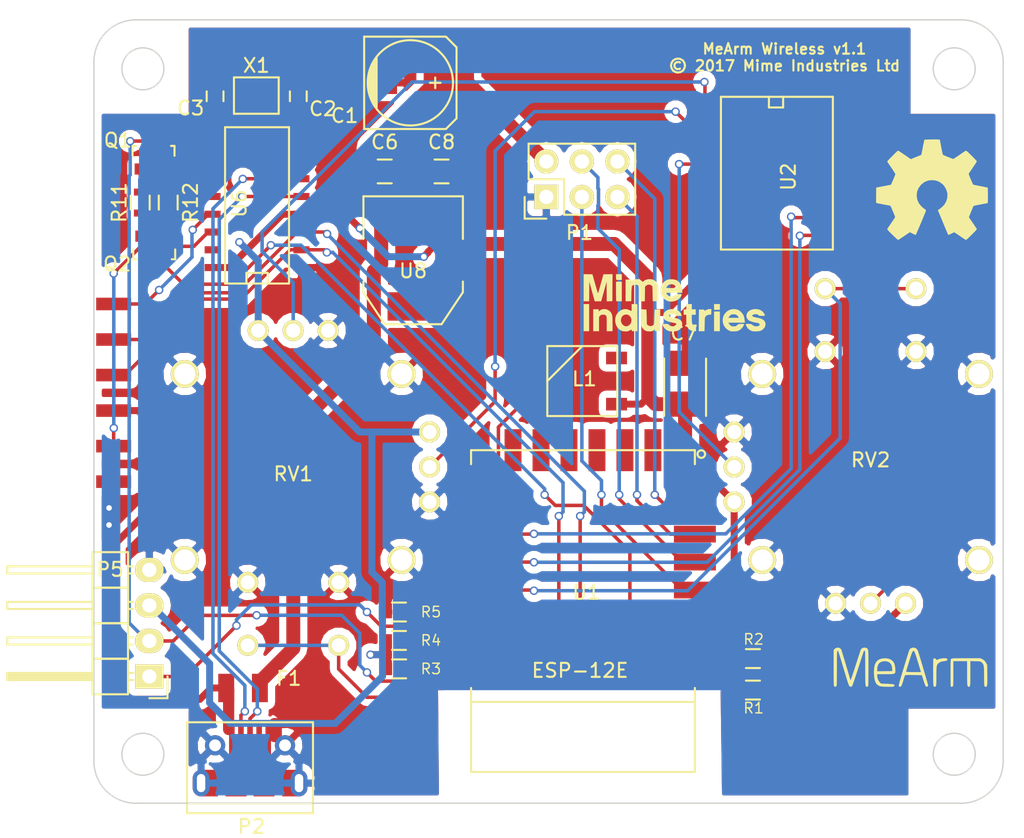
<source format=kicad_pcb>
(kicad_pcb (version 4) (host pcbnew 4.0.4-stable)
  (layers (0 F.Cu signal) (31 B.Cu signal) (34 B.Paste user) (35 F.Paste user) (36 B.SilkS user) (37 F.SilkS user) (38 B.Mask user) (39 F.Mask user) (44 Edge.Cuts user))
  (net 0 "")
  (net 1 GND)
  (net 2 +3V3)
  (net 3 VSS)
  (net 4 BUTTON1)
  (net 5 BUTTON2)
  (net 6 BASE_SERVO)
  (net 7 LEFT_SERVO)
  (net 8 RIGHT_SERVO)
  (net 9 GRIP_SERVO)
  (net 10 +5V)
  (net 11 "Net-(C2-Pad1)")
  (net 12 "Net-(C3-Pad1)")
  (net 13 "Net-(P2-Pad3)")
  (net 14 "Net-(P2-Pad2)")
  (net 15 "Net-(P4-Pad6)")
  (net 16 "Net-(P4-Pad2)")
  (net 17 "Net-(Q1-Pad2)")
  (net 18 "Net-(Q2-Pad2)")
  (net 19 TX)
  (net 20 RX)
  (net 21 LED)
  (net 22 SCL)
  (net 23 SDA)
  (net 24 RESET)
  (net 25 "Net-(R2-Pad2)")
  (net 26 "Net-(RV1-Pad2)")
  (net 27 "Net-(RV1-Pad5)")
  (net 28 "Net-(RV2-Pad2)")
  (net 29 "Net-(RV2-Pad5)")
  (module Custom:MIME_LOGO (layer F.Cu) (at 153.29 93.48)
    (fp_text reference ART3 hide)
    (fp_text value LOGO hide)
  )
  (module Pin_Headers:Pin_Header_Straight_2x03 (layer F.Cu) (at 146.682 85.9 90)
    (fp_text reference P1 (at -2.55 2.368 180) (layer F.SilkS))
    (fp_text value CONN_02X03)
    (pad 1 thru_hole rect (at 0 0 90) (size 1.7272 1.7272) (drill 1.016) (layers *.Cu *.Mask F.SilkS) (net 1 GND))
    (pad 2 thru_hole oval (at 2.54 0 90) (size 1.7272 1.7272) (drill 1.016) (layers *.Cu *.Mask F.SilkS) (net 3 VSS))
    (pad 3 thru_hole oval (at 0 2.54 90) (size 1.7272 1.7272) (drill 1.016) (layers *.Cu *.Mask F.SilkS) (net 6 BASE_SERVO))
    (pad 4 thru_hole oval (at 2.54 2.54 90) (size 1.7272 1.7272) (drill 1.016) (layers *.Cu *.Mask F.SilkS) (net 7 LEFT_SERVO))
    (pad 5 thru_hole oval (at 0 5.08 90) (size 1.7272 1.7272) (drill 1.016) (layers *.Cu *.Mask F.SilkS) (net 8 RIGHT_SERVO))
    (pad 6 thru_hole oval (at 2.54 5.08 90) (size 1.7272 1.7272) (drill 1.016) (layers *.Cu *.Mask F.SilkS) (net 9 GRIP_SERVO))
  )
  (module Custom:JOYSTICK (layer F.Cu) (at 128.5845 105.202)
    (fp_text reference RV1 (at 0 0.5) (layer F.SilkS))
    (fp_text value DUAL_POT_JOYSTICK)
    (pad 9 thru_hole circle (at 7.75 -6.65) (size 2 2) (drill 1.5) (layers *.Cu *.Mask F.SilkS) (net 1 GND))
    (pad 9 thru_hole circle (at -7.75 -6.65) (size 2 2) (drill 1.5) (layers *.Cu *.Mask F.SilkS) (net 1 GND))
    (pad 9 thru_hole circle (at -7.75 6.65) (size 2 2) (drill 1.5) (layers *.Cu *.Mask F.SilkS) (net 1 GND))
    (pad 9 thru_hole circle (at 7.75 6.65) (size 2 2) (drill 1.5) (layers *.Cu *.Mask F.SilkS) (net 1 GND))
    (pad 1 thru_hole circle (at -2.5 -9.75) (size 1.5 1.5) (drill 1) (layers *.Cu *.Mask F.SilkS) (net 2 +3V3))
    (pad 2 thru_hole circle (at 0 -9.75) (size 1.5 1.5) (drill 1) (layers *.Cu *.Mask F.SilkS) (net 26 "Net-(RV1-Pad2)"))
    (pad 3 thru_hole circle (at 2.5 -9.75) (size 1.5 1.5) (drill 1) (layers *.Cu *.Mask F.SilkS) (net 1 GND))
    (pad 4 thru_hole circle (at 9.75 -2.5) (size 1.5 1.5) (drill 1) (layers *.Cu *.Mask F.SilkS) (net 2 +3V3))
    (pad 5 thru_hole circle (at 9.75 0) (size 1.5 1.5) (drill 1) (layers *.Cu *.Mask F.SilkS) (net 27 "Net-(RV1-Pad5)"))
    (pad 6 thru_hole circle (at 9.75 2.5) (size 1.5 1.5) (drill 1) (layers *.Cu *.Mask F.SilkS) (net 1 GND))
    (pad 7 thru_hole circle (at -3.25 8.25) (size 1.5 1.5) (drill 1) (layers *.Cu *.Mask F.SilkS) (net 1 GND))
    (pad 7 thru_hole circle (at 3.25 8.25) (size 1.5 1.5) (drill 1) (layers *.Cu *.Mask F.SilkS) (net 1 GND))
    (pad 8 thru_hole circle (at -3.25 12.75) (size 1.5 1.5) (drill 1) (layers *.Cu *.Mask F.SilkS) (net 4 BUTTON1))
    (pad 8 thru_hole circle (at 3.25 12.75) (size 1.5 1.5) (drill 1) (layers *.Cu *.Mask F.SilkS) (net 4 BUTTON1))
  )
  (module Custom:JOYSTICK (layer F.Cu) (at 169.8595 105.202 180)
    (fp_text reference RV2 (at 0 0.5 180) (layer F.SilkS))
    (fp_text value DUAL_POT_JOYSTICK)
    (pad 9 thru_hole circle (at 7.75 -6.65 180) (size 2 2) (drill 1.5) (layers *.Cu *.Mask F.SilkS) (net 1 GND))
    (pad 9 thru_hole circle (at -7.75 -6.65 180) (size 2 2) (drill 1.5) (layers *.Cu *.Mask F.SilkS) (net 1 GND))
    (pad 9 thru_hole circle (at -7.75 6.65 180) (size 2 2) (drill 1.5) (layers *.Cu *.Mask F.SilkS) (net 1 GND))
    (pad 9 thru_hole circle (at 7.75 6.65 180) (size 2 2) (drill 1.5) (layers *.Cu *.Mask F.SilkS) (net 1 GND))
    (pad 1 thru_hole circle (at -2.5 -9.75 180) (size 1.5 1.5) (drill 1) (layers *.Cu *.Mask F.SilkS) (net 2 +3V3))
    (pad 2 thru_hole circle (at 0 -9.75 180) (size 1.5 1.5) (drill 1) (layers *.Cu *.Mask F.SilkS) (net 28 "Net-(RV2-Pad2)"))
    (pad 3 thru_hole circle (at 2.5 -9.75 180) (size 1.5 1.5) (drill 1) (layers *.Cu *.Mask F.SilkS) (net 1 GND))
    (pad 4 thru_hole circle (at 9.75 -2.5 180) (size 1.5 1.5) (drill 1) (layers *.Cu *.Mask F.SilkS) (net 2 +3V3))
    (pad 5 thru_hole circle (at 9.75 0 180) (size 1.5 1.5) (drill 1) (layers *.Cu *.Mask F.SilkS) (net 29 "Net-(RV2-Pad5)"))
    (pad 6 thru_hole circle (at 9.75 2.5 180) (size 1.5 1.5) (drill 1) (layers *.Cu *.Mask F.SilkS) (net 1 GND))
    (pad 7 thru_hole circle (at -3.25 8.25 180) (size 1.5 1.5) (drill 1) (layers *.Cu *.Mask F.SilkS) (net 1 GND))
    (pad 7 thru_hole circle (at 3.25 8.25 180) (size 1.5 1.5) (drill 1) (layers *.Cu *.Mask F.SilkS) (net 1 GND))
    (pad 8 thru_hole circle (at -3.25 12.75 180) (size 1.5 1.5) (drill 1) (layers *.Cu *.Mask F.SilkS) (net 5 BUTTON2))
    (pad 8 thru_hole circle (at 3.25 12.75 180) (size 1.5 1.5) (drill 1) (layers *.Cu *.Mask F.SilkS) (net 5 BUTTON2))
  )
  (module Pin_Headers:Pin_Header_Angled_1x04 (layer F.Cu) (at 118.3 120.18 180)
    (fp_text reference P5 (at 2.81 7.65 180) (layer F.SilkS))
    (fp_text value CONN_01X04)
    (pad 1 thru_hole rect (at 0 0 180) (size 2.032 1.7272) (drill 1.016) (layers *.Cu *.Mask F.SilkS) (net 22 SCL))
    (pad 2 thru_hole oval (at 0 2.54 180) (size 2.032 1.7272) (drill 1.016) (layers *.Cu *.Mask F.SilkS) (net 23 SDA))
    (pad 3 thru_hole oval (at 0 5.08 180) (size 2.032 1.7272) (drill 1.016) (layers *.Cu *.Mask F.SilkS) (net 2 +3V3))
    (pad 4 thru_hole oval (at 0 7.62 180) (size 2.032 1.7272) (drill 1.016) (layers *.Cu *.Mask F.SilkS) (net 1 GND))
  )
  (module Capacitors_SMD:c_elec_6.3x7.7 (layer F.Cu) (at 136.96 77.74)
    (fp_text reference C1 (at -4.7 2.35) (layer F.SilkS))
    (fp_text value 470uF)
    (pad 1 smd rect (at 2.75082 0) (size 3.59918 1.6002) (layers F.Cu F.Paste F.Mask) (net 3 VSS))
    (pad 2 smd rect (at -2.75082 0) (size 3.59918 1.6002) (layers F.Cu F.Paste F.Mask) (net 1 GND))
  )
  (module Capacitors_SMD:C_0805 (layer F.Cu) (at 135.128 84.074)
    (fp_text reference C6 (at 0 -2.1) (layer F.SilkS))
    (fp_text value 10uF)
    (pad 1 smd rect (at -1 0) (size 1 1.25) (layers F.Cu F.Paste F.Mask) (net 3 VSS))
    (pad 2 smd rect (at 1 0) (size 1 1.25) (layers F.Cu F.Paste F.Mask) (net 1 GND))
  )
  (module Capacitors_Tantalum_SMD:TantalC_SizeB_EIA-3528_Reflow (layer F.Cu) (at 156.6 99.25 90)
    (fp_text reference C7 (at 3.61 -0.08 180) (layer F.SilkS))
    (fp_text value 100uF)
    (pad 2 smd rect (at 1.46 0 90) (size 1.8 2.23) (layers F.Cu F.Paste F.Mask) (net 1 GND))
    (pad 1 smd rect (at -1.46 0 90) (size 1.8 2.23) (layers F.Cu F.Paste F.Mask) (net 2 +3V3))
  )
  (module Capacitors_SMD:C_0805 (layer F.Cu) (at 139.192 84.074)
    (fp_text reference C8 (at 0 -2.1) (layer F.SilkS))
    (fp_text value 10uF)
    (pad 1 smd rect (at -1 0) (size 1 1.25) (layers F.Cu F.Paste F.Mask) (net 2 +3V3))
    (pad 2 smd rect (at 1 0) (size 1 1.25) (layers F.Cu F.Paste F.Mask) (net 1 GND))
  )
  (module Fuse_Holders_and_Fuses:Fuse_SMD1206_Reflow (layer F.Cu) (at 125 121)
    (fp_text reference F1 (at 3.27 -0.68) (layer F.SilkS))
    (fp_text value 1A)
    (pad 1 smd rect (at -1.20396 0 90) (size 2.02946 1.14046) (layers F.Cu F.Paste F.Mask) (net 10 +5V))
    (pad 2 smd rect (at 1.20396 0 90) (size 2.02946 1.14046) (layers F.Cu F.Paste F.Mask) (net 3 VSS))
  )
  (module TO_SOT_Packages_SMD:SOT-223 (layer F.Cu) (at 137.16 90.424 180)
    (fp_text reference U8 (at 0 -0.762 180) (layer F.SilkS))
    (fp_text value LD1117S33CTR)
    (pad 4 smd rect (at 0 -3.302 180) (size 3.6576 2.032) (layers F.Cu F.Paste F.Mask))
    (pad 2 smd rect (at 0 3.302 180) (size 1.016 2.032) (layers F.Cu F.Paste F.Mask) (net 2 +3V3))
    (pad 3 smd rect (at 2.286 3.302 180) (size 1.016 2.032) (layers F.Cu F.Paste F.Mask) (net 3 VSS))
    (pad 1 smd rect (at -2.286 3.302 180) (size 1.016 2.032) (layers F.Cu F.Paste F.Mask) (net 1 GND))
  )
  (module Capacitors_SMD:C_0603 (layer F.Cu) (at 128.95 78.7 270)
    (fp_text reference C2 (at 0.9 -1.75 360) (layer F.SilkS))
    (fp_text value 22pF)
    (pad 1 smd rect (at -0.75 0 270) (size 0.8 0.75) (layers F.Cu F.Paste F.Mask) (net 11 "Net-(C2-Pad1)"))
    (pad 2 smd rect (at 0.75 0 270) (size 0.8 0.75) (layers F.Cu F.Paste F.Mask) (net 1 GND))
  )
  (module Capacitors_SMD:C_0603 (layer F.Cu) (at 123 78.7 90)
    (fp_text reference C3 (at -0.85 -1.75 180) (layer F.SilkS))
    (fp_text value 22pF)
    (pad 1 smd rect (at -0.75 0 90) (size 0.8 0.75) (layers F.Cu F.Paste F.Mask) (net 12 "Net-(C3-Pad1)"))
    (pad 2 smd rect (at 0.75 0 90) (size 0.8 0.75) (layers F.Cu F.Paste F.Mask) (net 1 GND))
  )
  (module Custom:6-PIN-EDGE-CONN (layer F.Cu) (at 115.75 99.9 90)
    (fp_text reference P4 hide)
    (fp_text value CONN_01X06 hide)
    (pad 6 smd rect (at 6.35 0 90) (size 0.9 2.5) (layers F.Cu F.Paste F.Mask) (net 15 "Net-(P4-Pad6)"))
    (pad 5 smd rect (at 3.81 0 90) (size 0.9 2.5) (layers F.Cu F.Paste F.Mask) (net 19 TX))
    (pad 4 smd rect (at 1.27 0 90) (size 0.9 2.5) (layers F.Cu F.Paste F.Mask) (net 20 RX))
    (pad 3 smd rect (at -1.27 0 90) (size 0.9 2.5) (layers F.Cu F.Paste F.Mask) (net 10 +5V))
    (pad 2 smd rect (at -3.81 0 90) (size 0.9 2.5) (layers F.Cu F.Paste F.Mask) (net 16 "Net-(P4-Pad2)"))
    (pad 1 smd rect (at -6.35 0 90) (size 0.9 2.5) (layers F.Cu F.Paste F.Mask) (net 1 GND))
  )
  (module Custom:SOT-23 (layer F.Cu) (at 118.6 82.9)
    (fp_text reference Q1 (at -2.55 -1.05) (layer F.SilkS))
    (fp_text value S8050)
    (pad 2 smd rect (at -0.95 1.00076) (size 0.8001 0.8001) (layers F.Cu F.Paste F.Mask) (net 17 "Net-(Q1-Pad2)"))
    (pad 1 smd rect (at 0.95 1.00076) (size 0.8001 0.8001) (layers F.Cu F.Paste F.Mask) (net 15 "Net-(P4-Pad6)"))
    (pad 3 smd rect (at 0 -0.99822) (size 0.8001 0.8001) (layers F.Cu F.Paste F.Mask) (net 23 SDA))
  )
  (module Custom:SOT-23 (layer F.Cu) (at 118.65 89.70178 180)
    (fp_text reference Q2 (at 2.65 -0.99822 180) (layer F.SilkS))
    (fp_text value S8050)
    (pad 2 smd rect (at -0.95 1.00076 180) (size 0.8001 0.8001) (layers F.Cu F.Paste F.Mask) (net 18 "Net-(Q2-Pad2)"))
    (pad 1 smd rect (at 0.95 1.00076 180) (size 0.8001 0.8001) (layers F.Cu F.Paste F.Mask) (net 16 "Net-(P4-Pad2)"))
    (pad 3 smd rect (at 0 -0.99822 180) (size 0.8001 0.8001) (layers F.Cu F.Paste F.Mask) (net 24 RESET))
  )
  (module Resistors_SMD:R_0603 (layer F.Cu) (at 117.65 86.3 90)
    (fp_text reference R11 (at 0 -1.5 90) (layer F.SilkS))
    (fp_text value 10k)
    (pad 1 smd rect (at -0.75 0 90) (size 0.5 0.9) (layers F.Cu F.Paste F.Mask) (net 16 "Net-(P4-Pad2)"))
    (pad 2 smd rect (at 0.75 0 90) (size 0.5 0.9) (layers F.Cu F.Paste F.Mask) (net 17 "Net-(Q1-Pad2)"))
  )
  (module Resistors_SMD:R_0603 (layer F.Cu) (at 119.65 86.3 270)
    (fp_text reference R12 (at 0 -1.6 270) (layer F.SilkS))
    (fp_text value 10k)
    (pad 1 smd rect (at -0.75 0 270) (size 0.5 0.9) (layers F.Cu F.Paste F.Mask) (net 15 "Net-(P4-Pad6)"))
    (pad 2 smd rect (at 0.75 0 270) (size 0.5 0.9) (layers F.Cu F.Paste F.Mask) (net 18 "Net-(Q2-Pad2)"))
  )
  (module SMD_Packages:SO-16-N (layer F.Cu) (at 126 86.5 90)
    (fp_text reference U6 (at 0.127 -1.27 90) (layer F.SilkS))
    (fp_text value CH340G)
    (pad 16 smd rect (at -4.445 -3.175 90) (size 0.508 1.143) (layers F.Cu F.Paste F.Mask) (net 2 +3V3))
    (pad 14 smd rect (at -1.905 -3.175 90) (size 0.508 1.143) (layers F.Cu F.Paste F.Mask) (net 16 "Net-(P4-Pad2)"))
    (pad 13 smd rect (at -0.635 -3.175 90) (size 0.508 1.143) (layers F.Cu F.Paste F.Mask) (net 15 "Net-(P4-Pad6)"))
    (pad 12 smd rect (at 0.635 -3.175 90) (size 0.508 1.143) (layers F.Cu F.Paste F.Mask))
    (pad 11 smd rect (at 1.905 -3.175 90) (size 0.508 1.143) (layers F.Cu F.Paste F.Mask))
    (pad 10 smd rect (at 3.175 -3.175 90) (size 0.508 1.143) (layers F.Cu F.Paste F.Mask))
    (pad 9 smd rect (at 4.445 -3.175 90) (size 0.508 1.143) (layers F.Cu F.Paste F.Mask))
    (pad 8 smd rect (at 4.445 3.175 90) (size 0.508 1.143) (layers F.Cu F.Paste F.Mask) (net 12 "Net-(C3-Pad1)"))
    (pad 7 smd rect (at 3.175 3.175 90) (size 0.508 1.143) (layers F.Cu F.Paste F.Mask) (net 11 "Net-(C2-Pad1)"))
    (pad 6 smd rect (at 1.905 3.175 90) (size 0.508 1.143) (layers F.Cu F.Paste F.Mask) (net 14 "Net-(P2-Pad2)"))
    (pad 5 smd rect (at 0.635 3.175 90) (size 0.508 1.143) (layers F.Cu F.Paste F.Mask) (net 13 "Net-(P2-Pad3)"))
    (pad 4 smd rect (at -0.635 3.175 90) (size 0.508 1.143) (layers F.Cu F.Paste F.Mask) (net 2 +3V3))
    (pad 3 smd rect (at -1.905 3.175 90) (size 0.508 1.143) (layers F.Cu F.Paste F.Mask) (net 19 TX))
    (pad 2 smd rect (at -3.175 3.175 90) (size 0.508 1.143) (layers F.Cu F.Paste F.Mask) (net 20 RX))
    (pad 1 smd rect (at -4.445 3.175 90) (size 0.508 1.143) (layers F.Cu F.Paste F.Mask) (net 1 GND))
    (pad 15 smd rect (at -3.175 -3.175 90) (size 0.508 1.143) (layers F.Cu F.Paste F.Mask))
  )
  (module Crystals:crystal_FA238-TSX3225 (layer F.Cu) (at 125.95 78.65 180)
    (fp_text reference X1 (at 0 2.15 180) (layer F.SilkS))
    (fp_text value 12MHz)
    (pad 1 smd rect (at -1.1 0.8 180) (size 1.4 1.2) (layers F.Cu F.Paste F.Mask) (net 11 "Net-(C2-Pad1)"))
    (pad 3 smd rect (at 1.1 0.8 180) (size 1.4 1.2) (layers F.Cu F.Paste F.Mask) (net 1 GND))
    (pad 3 smd rect (at -1.1 -0.8 180) (size 1.4 1.2) (layers F.Cu F.Paste F.Mask) (net 1 GND))
    (pad 2 smd rect (at 1.1 -0.8 180) (size 1.4 1.2) (layers F.Cu F.Paste F.Mask) (net 12 "Net-(C3-Pad1)"))
  )
  (module Custom:WS2812B (layer F.Cu) (at 149.25 99.06 180)
    (fp_text reference L1 (at -0.15 0.15 180) (layer F.SilkS))
    (fp_text value WS2812B)
    (pad 1 smd rect (at -2.45 -1.65 180) (size 1.5 0.9) (layers F.Cu F.Paste F.Mask) (net 2 +3V3))
    (pad 2 smd rect (at -2.45 1.65 180) (size 1.5 0.9) (layers F.Cu F.Paste F.Mask))
    (pad 3 smd rect (at 2.45 1.65 180) (size 1.5 0.9) (layers F.Cu F.Paste F.Mask) (net 1 GND))
    (pad 4 smd rect (at 2.45 -1.65 180) (size 1.5 0.9) (layers F.Cu F.Paste F.Mask) (net 21 LED))
  )
  (module Resistors_SMD:R_0603 (layer F.Cu) (at 161.45 121.15 180)
    (fp_text reference R1 (at -0.05 -1.29 180) (layer F.SilkS) (effects (font (size 0.75 0.75) (thickness 0.1))))
    (fp_text value 10k)
    (pad 1 smd rect (at -0.75 0 180) (size 0.5 0.9) (layers F.Cu F.Paste F.Mask) (net 2 +3V3))
    (pad 2 smd rect (at 0.75 0 180) (size 0.5 0.9) (layers F.Cu F.Paste F.Mask) (net 24 RESET))
  )
  (module Resistors_SMD:R_0603 (layer F.Cu) (at 161.45 118.9 180)
    (fp_text reference R2 (at -0.05 1.38 180) (layer F.SilkS) (effects (font (size 0.75 0.75) (thickness 0.1))))
    (fp_text value 10k)
    (pad 1 smd rect (at -0.75 0 180) (size 0.5 0.9) (layers F.Cu F.Paste F.Mask) (net 2 +3V3))
    (pad 2 smd rect (at 0.75 0 180) (size 0.5 0.9) (layers F.Cu F.Paste F.Mask) (net 25 "Net-(R2-Pad2)"))
  )
  (module Resistors_SMD:R_0603 (layer F.Cu) (at 136.156 119.634)
    (fp_text reference R3 (at 2.274 0) (layer F.SilkS) (effects (font (size 0.75 0.75) (thickness 0.1))))
    (fp_text value 10k)
    (pad 1 smd rect (at -0.75 0) (size 0.5 0.9) (layers F.Cu F.Paste F.Mask) (net 2 +3V3))
    (pad 2 smd rect (at 0.75 0) (size 0.5 0.9) (layers F.Cu F.Paste F.Mask) (net 23 SDA))
  )
  (module Resistors_SMD:R_0603 (layer F.Cu) (at 136.144 117.602)
    (fp_text reference R4 (at 2.286 0) (layer F.SilkS) (effects (font (size 0.75 0.75) (thickness 0.1))))
    (fp_text value 10k)
    (pad 1 smd rect (at -0.75 0) (size 0.5 0.9) (layers F.Cu F.Paste F.Mask) (net 2 +3V3))
    (pad 2 smd rect (at 0.75 0) (size 0.5 0.9) (layers F.Cu F.Paste F.Mask) (net 22 SCL))
  )
  (module Custom:ESP-12E (layer F.Cu) (at 149.3 114 90)
    (fp_text reference U1 (at -0.17 0.24 180) (layer F.SilkS))
    (fp_text value ESP-12E (at -5.75 -0.21 180) (layer F.SilkS))
    (pad 1 smd rect (at -6 8 90) (size 1.2 3) (layers F.Cu F.Paste F.Mask) (net 24 RESET))
    (pad 2 smd rect (at -4 8 90) (size 1.2 3) (layers F.Cu F.Paste F.Mask))
    (pad 3 smd rect (at -2 8 90) (size 1.2 3) (layers F.Cu F.Paste F.Mask) (net 25 "Net-(R2-Pad2)"))
    (pad 4 smd rect (at 0 8 90) (size 1.2 3) (layers F.Cu F.Paste F.Mask) (net 6 BASE_SERVO))
    (pad 5 smd rect (at 2 8 90) (size 1.2 3) (layers F.Cu F.Paste F.Mask) (net 7 LEFT_SERVO))
    (pad 6 smd rect (at 4 8 90) (size 1.2 3) (layers F.Cu F.Paste F.Mask) (net 8 RIGHT_SERVO))
    (pad 7 smd rect (at 6 8 90) (size 1.2 3) (layers F.Cu F.Paste F.Mask) (net 9 GRIP_SERVO))
    (pad 8 smd rect (at 8 8 90) (size 1.2 3) (layers F.Cu F.Paste F.Mask) (net 2 +3V3))
    (pad 15 smd rect (at 8 -8 90) (size 1.2 3) (layers F.Cu F.Paste F.Mask) (net 1 GND))
    (pad 16 smd rect (at 6 -8 90) (size 1.2 3) (layers F.Cu F.Paste F.Mask) (net 21 LED))
    (pad 18 smd rect (at 2 -8 90) (size 1.2 3) (layers F.Cu F.Paste F.Mask) (net 23 SDA))
    (pad 19 smd rect (at 0 -8 90) (size 1.2 3) (layers F.Cu F.Paste F.Mask) (net 5 BUTTON2))
    (pad 20 smd rect (at -2 -8 90) (size 1.2 3) (layers F.Cu F.Paste F.Mask) (net 4 BUTTON1))
    (pad 21 smd rect (at -4 -8 90) (size 1.2 3) (layers F.Cu F.Paste F.Mask) (net 20 RX))
    (pad 22 smd rect (at -6 -8 90) (size 1.2 3) (layers F.Cu F.Paste F.Mask) (net 19 TX))
    (pad 17 smd rect (at 4 -8 90) (size 1.2 3) (layers F.Cu F.Paste F.Mask) (net 22 SCL))
    (pad 11 smd rect (at 10 1 90) (size 3 1.21) (layers F.Cu F.Paste F.Mask))
    (pad 10 smd rect (at 10 3 90) (size 3 1.21) (layers F.Cu F.Paste F.Mask))
    (pad 9 smd rect (at 10 5 90) (size 3 1.21) (layers F.Cu F.Paste F.Mask))
    (pad 12 smd rect (at 10 -1 90) (size 3 1.21) (layers F.Cu F.Paste F.Mask))
    (pad 13 smd rect (at 10 -3 90) (size 3 1.21) (layers F.Cu F.Paste F.Mask))
    (pad 14 smd rect (at 10 -5 90) (size 3 1.21) (layers F.Cu F.Paste F.Mask))
  )
  (module SMD_Packages:SO-16-W (layer F.Cu) (at 163.1 84.2 270)
    (fp_text reference U2 (at 0.254 -0.889 270) (layer F.SilkS))
    (fp_text value PCF8591)
    (pad 1 smd rect (at -4.445 5.08 270) (size 0.508 1.143) (layers F.Cu F.Paste F.Mask) (net 26 "Net-(RV1-Pad2)"))
    (pad 2 smd rect (at -3.175 5.08 270) (size 0.508 1.143) (layers F.Cu F.Paste F.Mask) (net 27 "Net-(RV1-Pad5)"))
    (pad 3 smd rect (at -1.905 5.08 270) (size 0.508 1.143) (layers F.Cu F.Paste F.Mask) (net 28 "Net-(RV2-Pad2)"))
    (pad 4 smd rect (at -0.635 5.08 270) (size 0.508 1.143) (layers F.Cu F.Paste F.Mask) (net 29 "Net-(RV2-Pad5)"))
    (pad 5 smd rect (at 0.635 5.08 270) (size 0.508 1.143) (layers F.Cu F.Paste F.Mask) (net 1 GND))
    (pad 6 smd rect (at 1.905 5.08 270) (size 0.508 1.143) (layers F.Cu F.Paste F.Mask) (net 1 GND))
    (pad 7 smd rect (at 3.175 5.08 270) (size 0.508 1.143) (layers F.Cu F.Paste F.Mask) (net 1 GND))
    (pad 8 smd rect (at 4.445 5.08 270) (size 0.508 1.143) (layers F.Cu F.Paste F.Mask) (net 1 GND))
    (pad 9 smd rect (at 4.445 -5.08 270) (size 0.508 1.143) (layers F.Cu F.Paste F.Mask) (net 23 SDA))
    (pad 10 smd rect (at 3.175 -5.08 270) (size 0.508 1.143) (layers F.Cu F.Paste F.Mask) (net 22 SCL))
    (pad 11 smd rect (at 1.905 -5.08 270) (size 0.508 1.143) (layers F.Cu F.Paste F.Mask))
    (pad 12 smd rect (at 0.635 -5.08 270) (size 0.508 1.143) (layers F.Cu F.Paste F.Mask) (net 1 GND))
    (pad 13 smd rect (at -0.635 -5.08 270) (size 0.508 1.143) (layers F.Cu F.Paste F.Mask) (net 1 GND))
    (pad 14 smd rect (at -1.905 -5.08 270) (size 0.508 1.143) (layers F.Cu F.Paste F.Mask) (net 2 +3V3))
    (pad 15 smd rect (at -3.175 -5.08 270) (size 0.508 1.143) (layers F.Cu F.Paste F.Mask))
    (pad 16 smd rect (at -4.445 -5.08 270) (size 0.508 1.143) (layers F.Cu F.Paste F.Mask) (net 2 +3V3))
  )
  (module Custom:MEARM_LOGO_NEW (layer F.Cu) (at 170.78 119.5)
    (fp_text reference ART2 hide)
    (fp_text value LOGO hide)
  )
  (module Custom:OSHW_LOGO (layer F.Cu) (at 174.25 85.38)
    (fp_text reference ART1 hide)
    (fp_text value OSHW-LOGO hide)
  )
  (module Custom:MOLEX_MICRO_USB (layer F.Cu) (at 125.5 125.1)
    (fp_text reference P2 (at 0.1 5.8) (layer F.SilkS))
    (fp_text value USB_OTG)
    (pad 3 smd rect (at 0 -0.5) (size 0.4 2.35) (layers F.Cu F.Paste F.Mask) (net 13 "Net-(P2-Pad3)") (clearance 0.1125))
    (pad 4 smd rect (at 0.65 -0.5) (size 0.4 2.35) (layers F.Cu F.Paste F.Mask) (clearance 0.1125))
    (pad 5 smd rect (at 1.3 -0.5) (size 0.4 2.35) (layers F.Cu F.Paste F.Mask) (net 1 GND) (clearance 0.1125))
    (pad 2 smd rect (at -0.65 -0.5) (size 0.4 2.35) (layers F.Cu F.Paste F.Mask) (net 14 "Net-(P2-Pad2)") (clearance 0.1125))
    (pad 1 smd rect (at -1.3 -0.5) (size 0.4 2.35) (layers F.Cu F.Paste F.Mask) (net 10 +5V) (clearance 0.1125))
    (pad 6 thru_hole circle (at 2.5 0) (size 1.45 1.45) (drill 0.85) (layers *.Cu *.Mask F.Paste) (net 1 GND))
    (pad 6 thru_hole circle (at -2.5 0) (size 1.45 1.45) (drill 0.85) (layers *.Cu *.Mask F.Paste) (net 1 GND))
    (pad 6 thru_hole oval (at 3.5 2.7) (size 1.2 1.9) (drill oval 0.6 1.3) (layers *.Cu *.Mask F.Paste) (net 1 GND))
    (pad 6 thru_hole oval (at -3.5 2.7) (size 1.2 1.9) (drill oval 0.6 1.3) (layers *.Cu *.Mask F.Paste) (net 1 GND))
    (pad 6 smd rect (at 1 2.7) (size 1.5 1.9) (layers F.Cu F.Paste F.Mask) (net 1 GND))
    (pad 6 smd rect (at -1 2.7) (size 1.5 1.9) (layers F.Cu F.Paste F.Mask) (net 1 GND))
    (pad 6 smd rect (at 2.9 2.7) (size 1.2 1.9) (layers F.Cu F.Paste F.Mask) (net 1 GND))
    (pad 6 smd rect (at -2.9 2.7) (size 1.2 1.9) (layers F.Cu F.Paste F.Mask) (net 1 GND))
  )
  (module Resistors_SMD:R_0603 (layer F.Cu) (at 136.144 115.57 180)
    (fp_text reference R5 (at -2.286 0 180) (layer F.SilkS) (effects (font (size 0.75 0.75) (thickness 0.1))))
    (fp_text value 10k)
    (pad 1 smd rect (at -0.75 0 180) (size 0.5 0.9) (layers F.Cu F.Paste F.Mask) (net 21 LED))
    (pad 2 smd rect (at 0.75 0 180) (size 0.5 0.9) (layers F.Cu F.Paste F.Mask) (net 1 GND))
  )
  (gr_circle (center 157.76 104.28) (end 158.03 104.28) (layer F.SilkS) (width 0.15))
  (gr_text "MeArm Wireless v1.1\n© 2017 Mime Industries Ltd" (at 163.7 75.92) (layer F.SilkS) (effects (font (size 0.75 0.75))))
  (gr_line (start 176.3395 129.238) (end 117.3395 129.238) (layer Edge.Cuts) (width 0.1))
  (gr_line (start 117.3395 73.238) (end 176.3395 73.238) (layer Edge.Cuts) (width 0.1))
  (gr_line (start 114.3395 126.238) (end 114.3395 76.238) (layer Edge.Cuts) (width 0.1))
  (gr_circle (center 117.8395 125.738) (end 119.3395 125.738) (layer Edge.Cuts) (width 0.1))
  (gr_arc (start 117.3395 126.238) (end 114.3395 126.238) (angle -90) (layer Edge.Cuts) (width 0.1))
  (gr_line (start 179.3395 76.238) (end 179.3395 126.238) (layer Edge.Cuts) (width 0.1))
  (gr_arc (start 117.3395 76.238) (end 117.3395 73.238) (angle -90) (layer Edge.Cuts) (width 0.1))
  (gr_arc (start 176.3395 76.238) (end 179.3395 76.238) (angle -90) (layer Edge.Cuts) (width 0.1))
  (gr_circle (center 175.8395 125.738) (end 177.3395 125.738) (layer Edge.Cuts) (width 0.1))
  (gr_circle (center 117.8395 76.738) (end 119.3395 76.738) (layer Edge.Cuts) (width 0.1))
  (gr_circle (center 175.8395 76.738) (end 177.3395 76.738) (layer Edge.Cuts) (width 0.1))
  (gr_arc (start 176.3395 126.238) (end 176.3395 129.238) (angle -90) (layer Edge.Cuts) (width 0.1))
  (segment (start 138.3345 107.702) (end 140.0365 106) (width 0.5) (layer F.Cu) (net 1))
  (segment (start 140.0365 106) (end 141.3 106) (width 0.5) (layer F.Cu) (net 1))
  (segment (start 126.8 124.6) (end 127.2 124.6) (width 0.2) (layer F.Cu) (net 1))
  (segment (start 127.2 124.6) (end 127.275001 124.524999) (width 0.2) (layer F.Cu) (net 1))
  (segment (start 127.275001 124.524999) (end 127.275001 124.375001) (width 0.2) (layer F.Cu) (net 1))
  (segment (start 128 125.1) (end 127.275001 124.375001) (width 0.2) (layer F.Cu) (net 1))
  (segment (start 127.275001 124.375001) (end 127.275001 123.645001) (width 1) (layer F.Cu) (net 1))
  (segment (start 115.42 108.13) (end 115.42 109.35) (width 0.5) (layer B.Cu) (net 1))
  (via (at 115.42 109.35) (size 0.6) (drill 0.4) (layers F.Cu B.Cu) (net 1))
  (segment (start 115.75 106.25) (end 115.75 107.8) (width 0.5) (layer F.Cu) (net 1))
  (segment (start 115.75 107.8) (end 115.42 108.13) (width 0.5) (layer F.Cu) (net 1))
  (via (at 115.42 108.13) (size 0.6) (drill 0.4) (layers F.Cu B.Cu) (net 1))
  (segment (start 127.05 79.45) (end 126.735002 79.45) (width 0.25) (layer F.Cu) (net 1))
  (segment (start 126.735002 79.45) (end 125.135002 77.85) (width 0.25) (layer F.Cu) (net 1))
  (segment (start 125.135002 77.85) (end 124.85 77.85) (width 0.25) (layer F.Cu) (net 1))
  (segment (start 137.922 90.17) (end 138.221999 89.870001) (width 0.5) (layer F.Cu) (net 2))
  (segment (start 138.221999 89.870001) (end 138.221999 89.828001) (width 0.5) (layer F.Cu) (net 2))
  (segment (start 138.221999 89.828001) (end 138.79 89.26) (width 0.5) (layer F.Cu) (net 2))
  (segment (start 133.35 88.138) (end 135.382 90.17) (width 0.5) (layer B.Cu) (net 2))
  (segment (start 135.382 90.17) (end 137.922 90.17) (width 0.5) (layer B.Cu) (net 2))
  (via (at 137.922 90.17) (size 0.6) (drill 0.4) (layers F.Cu B.Cu) (net 2))
  (segment (start 132.285 87.135) (end 132.347 87.135) (width 0.5) (layer F.Cu) (net 2))
  (segment (start 132.347 87.135) (end 133.35 88.138) (width 0.5) (layer F.Cu) (net 2))
  (via (at 133.35 88.138) (size 0.6) (drill 0.4) (layers F.Cu B.Cu) (net 2))
  (segment (start 138.192 84.074) (end 138.192 85.699) (width 1) (layer F.Cu) (net 2))
  (segment (start 138.192 85.699) (end 137.16 86.731) (width 1) (layer F.Cu) (net 2))
  (segment (start 137.16 86.731) (end 137.16 87.122) (width 1) (layer F.Cu) (net 2))
  (segment (start 153.97 94.16) (end 153.97 91.7) (width 1) (layer F.Cu) (net 2))
  (segment (start 153.97 91.7) (end 151.53 89.26) (width 1) (layer F.Cu) (net 2))
  (segment (start 151.53 89.26) (end 142.182454 89.26) (width 1) (layer F.Cu) (net 2))
  (segment (start 139.885225 89.261227) (end 139.883998 89.26) (width 1) (layer F.Cu) (net 2))
  (segment (start 142.182454 89.26) (end 142.181227 89.261227) (width 1) (layer F.Cu) (net 2))
  (segment (start 142.181227 89.261227) (end 139.885225 89.261227) (width 1) (layer F.Cu) (net 2))
  (segment (start 139.883998 89.26) (end 138.79 89.26) (width 1) (layer F.Cu) (net 2))
  (segment (start 138.79 89.26) (end 137.16 87.63) (width 1) (layer F.Cu) (net 2))
  (segment (start 137.16 87.63) (end 137.16 87.122) (width 1) (layer F.Cu) (net 2))
  (segment (start 157.3 106) (end 158.4075 106) (width 0.5) (layer F.Cu) (net 2))
  (segment (start 158.4075 106) (end 160.1095 107.702) (width 0.5) (layer F.Cu) (net 2))
  (segment (start 162.2 117.95) (end 160.1095 115.8595) (width 0.5) (layer F.Cu) (net 2))
  (segment (start 162.2 118.9) (end 162.2 117.95) (width 0.5) (layer F.Cu) (net 2))
  (segment (start 160.1095 108.76266) (end 160.1095 107.702) (width 0.5) (layer F.Cu) (net 2))
  (segment (start 160.1095 115.8595) (end 160.1095 108.76266) (width 0.5) (layer F.Cu) (net 2))
  (segment (start 151.7 100.71) (end 153.455 100.71) (width 0.5) (layer F.Cu) (net 2))
  (segment (start 153.455 100.71) (end 153.97 100.195) (width 0.5) (layer F.Cu) (net 2))
  (segment (start 156.6 100.71) (end 156.6 105.3) (width 1) (layer F.Cu) (net 2))
  (segment (start 156.6 105.3) (end 157.3 106) (width 1) (layer F.Cu) (net 2))
  (segment (start 153.97 94.16) (end 153.97 100.195) (width 1) (layer F.Cu) (net 2))
  (segment (start 153.97 100.195) (end 154.485 100.71) (width 1) (layer F.Cu) (net 2))
  (segment (start 154.485 100.71) (end 156.6 100.71) (width 1) (layer F.Cu) (net 2))
  (segment (start 134.97 120.16) (end 134.97 118.618) (width 0.5) (layer B.Cu) (net 2))
  (segment (start 134.97 118.618) (end 134.97 116.06) (width 0.5) (layer B.Cu) (net 2))
  (segment (start 134.112 118.618) (end 134.97 118.618) (width 0.5) (layer B.Cu) (net 2))
  (segment (start 135.394 118.618) (end 135.394 119.622) (width 0.5) (layer F.Cu) (net 2))
  (via (at 134.112 118.618) (size 0.6) (drill 0.4) (layers F.Cu B.Cu) (net 2))
  (segment (start 135.394 117.602) (end 135.394 118.618) (width 0.5) (layer F.Cu) (net 2))
  (segment (start 135.394 118.618) (end 134.112 118.618) (width 0.5) (layer F.Cu) (net 2))
  (segment (start 135.394 119.622) (end 135.406 119.634) (width 0.5) (layer F.Cu) (net 2))
  (segment (start 172.3595 114.952) (end 171.609501 115.701999) (width 0.5) (layer F.Cu) (net 2))
  (segment (start 171.609501 115.701999) (end 171.598001 115.701999) (width 0.5) (layer F.Cu) (net 2))
  (segment (start 171.598001 115.701999) (end 170.49 116.81) (width 0.5) (layer F.Cu) (net 2))
  (segment (start 170.49 116.81) (end 164 116.81) (width 0.5) (layer F.Cu) (net 2))
  (segment (start 164 116.81) (end 162.2 118.61) (width 0.5) (layer F.Cu) (net 2))
  (segment (start 162.2 118.61) (end 162.2 118.9) (width 0.5) (layer F.Cu) (net 2))
  (segment (start 167.058499 82.244999) (end 164.326997 82.244999) (width 0.5) (layer F.Cu) (net 2))
  (segment (start 164.326997 82.244999) (end 161.11 85.461996) (width 0.5) (layer F.Cu) (net 2))
  (segment (start 161.11 85.461996) (end 161.11 88.193498) (width 0.5) (layer F.Cu) (net 2))
  (segment (start 155.143498 94.16) (end 153.97 94.16) (width 0.5) (layer F.Cu) (net 2))
  (segment (start 161.11 88.193498) (end 155.143498 94.16) (width 0.5) (layer F.Cu) (net 2))
  (segment (start 134.97 116.06) (end 134.95 116.04) (width 0.5) (layer B.Cu) (net 2))
  (segment (start 134.95 116.04) (end 134.95 113.46) (width 0.5) (layer B.Cu) (net 2))
  (segment (start 134.95 113.46) (end 134.21 112.72) (width 0.5) (layer B.Cu) (net 2))
  (segment (start 134.21 112.72) (end 134.21 102.732) (width 0.5) (layer B.Cu) (net 2))
  (segment (start 134.21 102.732) (end 134.18 102.702) (width 0.5) (layer B.Cu) (net 2))
  (segment (start 131.6 123.53) (end 134.97 120.16) (width 0.5) (layer B.Cu) (net 2))
  (segment (start 124.08 123.53) (end 131.6 123.53) (width 0.5) (layer B.Cu) (net 2))
  (segment (start 122.61 122.06) (end 124.08 123.53) (width 0.5) (layer B.Cu) (net 2))
  (segment (start 122.61 119.2576) (end 122.61 122.06) (width 0.5) (layer B.Cu) (net 2))
  (segment (start 118.3 115.1) (end 118.4524 115.1) (width 0.5) (layer B.Cu) (net 2))
  (segment (start 118.4524 115.1) (end 122.61 119.2576) (width 0.5) (layer B.Cu) (net 2))
  (segment (start 133.3345 102.702) (end 134.18 102.702) (width 0.5) (layer B.Cu) (net 2))
  (segment (start 134.18 102.702) (end 134.82 102.702) (width 0.5) (layer B.Cu) (net 2))
  (segment (start 134.82 102.702) (end 138.3345 102.702) (width 0.5) (layer B.Cu) (net 2))
  (segment (start 131.385 87.135) (end 132.285 87.135) (width 0.5) (layer F.Cu) (net 2))
  (segment (start 127.815 87.135) (end 125.23 89.72) (width 0.5) (layer F.Cu) (net 2))
  (segment (start 125.23 89.72) (end 124.005 90.945) (width 0.5) (layer F.Cu) (net 2))
  (segment (start 125.23 89.62) (end 125.23 89.72) (width 0.5) (layer F.Cu) (net 2))
  (segment (start 124.74 89.13) (end 125.23 89.62) (width 0.5) (layer F.Cu) (net 2))
  (segment (start 126.0845 95.452) (end 126.0845 90.4745) (width 0.5) (layer B.Cu) (net 2))
  (segment (start 126.0845 90.4745) (end 124.74 89.13) (width 0.5) (layer B.Cu) (net 2))
  (via (at 124.74 89.13) (size 0.6) (drill 0.4) (layers F.Cu B.Cu) (net 2))
  (segment (start 126.0845 95.452) (end 133.3345 102.702) (width 0.5) (layer B.Cu) (net 2))
  (segment (start 162.2 121.15) (end 162.2 118.9) (width 0.5) (layer F.Cu) (net 2))
  (segment (start 168.18 79.755) (end 167.1085 79.755) (width 0.5) (layer F.Cu) (net 2))
  (segment (start 167.1085 79.755) (end 167.058499 79.805001) (width 0.5) (layer F.Cu) (net 2))
  (segment (start 167.058499 79.805001) (end 167.058499 82.244999) (width 0.5) (layer F.Cu) (net 2))
  (segment (start 167.058499 82.244999) (end 167.1085 82.295) (width 0.5) (layer F.Cu) (net 2))
  (segment (start 167.1085 82.295) (end 168.18 82.295) (width 0.5) (layer F.Cu) (net 2))
  (segment (start 131.385 87.135) (end 129.175 87.135) (width 0.5) (layer F.Cu) (net 2))
  (segment (start 124.005 90.945) (end 122.825 90.945) (width 0.5) (layer F.Cu) (net 2))
  (segment (start 129.175 87.135) (end 127.815 87.135) (width 0.5) (layer F.Cu) (net 2))
  (segment (start 134.874 87.122) (end 134.874 90.678) (width 1) (layer F.Cu) (net 3))
  (segment (start 126.20396 120.5555) (end 126.20396 121) (width 1) (layer F.Cu) (net 3))
  (segment (start 134.874 90.678) (end 134.35 91.202) (width 1) (layer F.Cu) (net 3))
  (segment (start 128.59 102.55) (end 128.59 118.16946) (width 1) (layer F.Cu) (net 3))
  (segment (start 134.35 91.202) (end 134.35 96.79) (width 1) (layer F.Cu) (net 3))
  (segment (start 128.59 118.16946) (end 126.20396 120.5555) (width 1) (layer F.Cu) (net 3))
  (segment (start 134.35 96.79) (end 128.59 102.55) (width 1) (layer F.Cu) (net 3))
  (segment (start 134.128 84.074) (end 134.128 86.376) (width 1) (layer F.Cu) (net 3))
  (segment (start 134.128 86.376) (end 134.874 87.122) (width 1) (layer F.Cu) (net 3))
  (segment (start 139.71082 77.74) (end 138.71133 77.74) (width 1) (layer F.Cu) (net 3))
  (segment (start 138.71133 77.74) (end 134.128 82.32333) (width 1) (layer F.Cu) (net 3))
  (segment (start 134.128 82.32333) (end 134.128 84.074) (width 1) (layer F.Cu) (net 3))
  (segment (start 139.71082 77.74) (end 141.062 77.74) (width 1) (layer F.Cu) (net 3))
  (segment (start 141.062 77.74) (end 146.682 83.36) (width 1) (layer F.Cu) (net 3))
  (segment (start 146.49918 83.17718) (end 146.682 83.36) (width 1) (layer F.Cu) (net 3))
  (segment (start 141.3 116) (end 140.614998 116) (width 0.25) (layer F.Cu) (net 4))
  (segment (start 140.614998 116) (end 138.176 118.438998) (width 0.25) (layer F.Cu) (net 4))
  (segment (start 138.176 120.274) (end 136.784 121.666) (width 0.25) (layer F.Cu) (net 4))
  (segment (start 138.176 118.438998) (end 138.176 120.274) (width 0.25) (layer F.Cu) (net 4))
  (segment (start 133.858 121.666) (end 131.8345 119.6425) (width 0.25) (layer F.Cu) (net 4))
  (segment (start 136.784 121.666) (end 133.858 121.666) (width 0.25) (layer F.Cu) (net 4))
  (segment (start 131.8345 119.6425) (end 131.8345 117.952) (width 0.25) (layer F.Cu) (net 4))
  (segment (start 125.3345 117.952) (end 131.8345 117.952) (width 0.25) (layer B.Cu) (net 4))
  (segment (start 145.796 114.046) (end 156.777324 114.046) (width 0.25) (layer B.Cu) (net 5))
  (segment (start 156.777324 114.046) (end 167.684501 103.138823) (width 0.25) (layer B.Cu) (net 5))
  (segment (start 167.359499 93.201999) (end 166.6095 92.452) (width 0.25) (layer B.Cu) (net 5))
  (segment (start 167.684501 103.138823) (end 167.684501 93.527001) (width 0.25) (layer B.Cu) (net 5))
  (segment (start 167.684501 93.527001) (end 167.359499 93.201999) (width 0.25) (layer B.Cu) (net 5))
  (segment (start 141.3 114) (end 145.75 114) (width 0.25) (layer F.Cu) (net 5))
  (segment (start 145.75 114) (end 145.796 114.046) (width 0.25) (layer F.Cu) (net 5))
  (via (at 145.796 114.046) (size 0.6) (drill 0.4) (layers F.Cu B.Cu) (net 5))
  (segment (start 173.1095 92.452) (end 166.6095 92.452) (width 0.25) (layer F.Cu) (net 5))
  (segment (start 150.622 106.172) (end 149.222 104.772) (width 0.25) (layer B.Cu) (net 6))
  (segment (start 149.222 104.772) (end 149.222 85.9) (width 0.25) (layer B.Cu) (net 6))
  (segment (start 150.622 107.188) (end 150.622 106.172) (width 0.25) (layer B.Cu) (net 6))
  (segment (start 156.4 114) (end 150.622 108.222) (width 0.25) (layer F.Cu) (net 6))
  (segment (start 150.622 108.222) (end 150.622 108.007002) (width 0.25) (layer F.Cu) (net 6))
  (segment (start 150.622 108.007002) (end 150.622 107.188) (width 0.25) (layer F.Cu) (net 6))
  (via (at 150.622 107.188) (size 0.6) (drill 0.4) (layers F.Cu B.Cu) (net 6))
  (segment (start 157.3 114) (end 156.4 114) (width 0.2) (layer F.Cu) (net 6))
  (segment (start 151.892 107.188) (end 151.892 89.662) (width 0.25) (layer B.Cu) (net 7))
  (segment (start 151.892 89.662) (end 150.368 88.138) (width 0.25) (layer B.Cu) (net 7))
  (segment (start 150.368 88.138) (end 150.368 86.51313) (width 0.25) (layer B.Cu) (net 7))
  (segment (start 150.410601 85.329471) (end 150.368 85.28687) (width 0.25) (layer B.Cu) (net 7))
  (segment (start 150.368 86.51313) (end 150.410601 86.470529) (width 0.25) (layer B.Cu) (net 7))
  (segment (start 150.410601 86.470529) (end 150.410601 85.329471) (width 0.25) (layer B.Cu) (net 7))
  (segment (start 150.368 85.28687) (end 150.368 84.506) (width 0.25) (layer B.Cu) (net 7))
  (segment (start 150.368 84.506) (end 150.085599 84.223599) (width 0.25) (layer B.Cu) (net 7))
  (segment (start 150.085599 84.223599) (end 149.222 83.36) (width 0.25) (layer B.Cu) (net 7))
  (segment (start 156.4 112) (end 151.892 107.492) (width 0.25) (layer F.Cu) (net 7))
  (segment (start 151.892 107.492) (end 151.892 107.188) (width 0.25) (layer F.Cu) (net 7))
  (via (at 151.892 107.188) (size 0.6) (drill 0.4) (layers F.Cu B.Cu) (net 7))
  (segment (start 157.3 112) (end 156.4 112) (width 0.25) (layer F.Cu) (net 7))
  (segment (start 153.162 107.188) (end 153.162 87.3) (width 0.25) (layer B.Cu) (net 8))
  (segment (start 153.162 87.3) (end 151.762 85.9) (width 0.25) (layer B.Cu) (net 8))
  (segment (start 157.3 110) (end 155.55 110) (width 0.25) (layer F.Cu) (net 8))
  (segment (start 155.55 110) (end 153.162 107.612) (width 0.25) (layer F.Cu) (net 8))
  (segment (start 153.162 107.612) (end 153.162 107.188) (width 0.25) (layer F.Cu) (net 8))
  (via (at 153.162 107.188) (size 0.6) (drill 0.4) (layers F.Cu B.Cu) (net 8))
  (segment (start 154.432 107.188) (end 154.432 86.03) (width 0.25) (layer B.Cu) (net 9))
  (segment (start 154.432 86.03) (end 151.762 83.36) (width 0.25) (layer B.Cu) (net 9))
  (segment (start 157.3 108) (end 155.244 108) (width 0.25) (layer F.Cu) (net 9))
  (segment (start 155.244 108) (end 154.432 107.188) (width 0.25) (layer F.Cu) (net 9))
  (via (at 154.432 107.188) (size 0.6) (drill 0.4) (layers F.Cu B.Cu) (net 9))
  (segment (start 115.75 101.17) (end 117.5 101.17) (width 0.5) (layer F.Cu) (net 10))
  (segment (start 117.5 101.17) (end 118.31 101.98) (width 0.5) (layer F.Cu) (net 10))
  (segment (start 118.31 101.98) (end 118.31 108.24) (width 0.5) (layer F.Cu) (net 10))
  (segment (start 115.85 110.7) (end 115.85 121.08) (width 0.5) (layer F.Cu) (net 10))
  (segment (start 118.31 108.24) (end 115.85 110.7) (width 0.5) (layer F.Cu) (net 10))
  (segment (start 115.85 121.08) (end 116.58 121.81) (width 0.5) (layer F.Cu) (net 10))
  (segment (start 121.91581 121.81) (end 122.72581 121) (width 0.5) (layer F.Cu) (net 10))
  (segment (start 116.58 121.81) (end 121.91581 121.81) (width 0.5) (layer F.Cu) (net 10))
  (segment (start 122.72581 121) (end 123.79604 121) (width 0.5) (layer F.Cu) (net 10))
  (segment (start 123.97 123.97) (end 123.97 121.16) (width 0.8) (layer F.Cu) (net 10))
  (segment (start 123.97 121.16) (end 123.81 121) (width 0.8) (layer F.Cu) (net 10))
  (segment (start 124.2 124.6) (end 124.2 124.2) (width 0.2) (layer F.Cu) (net 10))
  (segment (start 124.2 124.2) (end 123.97 123.97) (width 0.2) (layer F.Cu) (net 10))
  (segment (start 130.5 79.525) (end 130.5 82.3175) (width 0.25) (layer F.Cu) (net 11))
  (segment (start 130.5 82.3175) (end 129.4925 83.325) (width 0.25) (layer F.Cu) (net 11))
  (segment (start 129.4925 83.325) (end 129.175 83.325) (width 0.25) (layer F.Cu) (net 11))
  (segment (start 128.95 77.95) (end 128.95 77.975) (width 0.25) (layer F.Cu) (net 11))
  (segment (start 128.95 77.975) (end 130.5 79.525) (width 0.25) (layer F.Cu) (net 11))
  (segment (start 127.05 77.85) (end 128.85 77.85) (width 0.25) (layer F.Cu) (net 11))
  (segment (start 128.85 77.85) (end 128.95 77.95) (width 0.25) (layer F.Cu) (net 11))
  (segment (start 124.85 79.45) (end 124.95 79.45) (width 0.25) (layer F.Cu) (net 12))
  (segment (start 124.95 79.45) (end 127.555 82.055) (width 0.25) (layer F.Cu) (net 12))
  (segment (start 127.555 82.055) (end 128.3535 82.055) (width 0.25) (layer F.Cu) (net 12))
  (segment (start 128.3535 82.055) (end 129.175 82.055) (width 0.25) (layer F.Cu) (net 12))
  (segment (start 123 79.45) (end 124.85 79.45) (width 0.25) (layer F.Cu) (net 12))
  (segment (start 124.630001 86.170001) (end 124.93 85.870002) (width 0.25) (layer B.Cu) (net 13))
  (segment (start 126.02 121.07658) (end 123.3 118.35658) (width 0.25) (layer B.Cu) (net 13))
  (segment (start 123.3 87.500002) (end 124.630001 86.170001) (width 0.25) (layer B.Cu) (net 13))
  (segment (start 126.02 122.67) (end 126.02 121.07658) (width 0.25) (layer B.Cu) (net 13))
  (segment (start 123.3 118.35658) (end 123.3 87.500002) (width 0.25) (layer B.Cu) (net 13))
  (segment (start 129.175 85.865) (end 124.935002 85.865) (width 0.25) (layer F.Cu) (net 13))
  (segment (start 124.935002 85.865) (end 124.93 85.870002) (width 0.25) (layer F.Cu) (net 13))
  (via (at 124.93 85.870002) (size 0.6) (drill 0.4) (layers F.Cu B.Cu) (net 13))
  (segment (start 125.5 124.6) (end 125.5 123.19) (width 0.25) (layer F.Cu) (net 13))
  (segment (start 125.5 123.19) (end 126.02 122.67) (width 0.25) (layer F.Cu) (net 13))
  (via (at 126.02 122.67) (size 0.6) (drill 0.4) (layers F.Cu B.Cu) (net 13))
  (segment (start 122.849989 118.542981) (end 122.849989 86.740009) (width 0.25) (layer B.Cu) (net 14))
  (segment (start 125.13 120.822992) (end 122.849989 118.542981) (width 0.25) (layer B.Cu) (net 14))
  (segment (start 124.680001 84.909997) (end 124.98 84.609998) (width 0.25) (layer B.Cu) (net 14))
  (segment (start 122.849989 86.740009) (end 124.680001 84.909997) (width 0.25) (layer B.Cu) (net 14))
  (segment (start 125.13 122.67) (end 125.13 120.822992) (width 0.25) (layer B.Cu) (net 14))
  (segment (start 124.994998 84.595) (end 124.98 84.609998) (width 0.25) (layer F.Cu) (net 14))
  (segment (start 129.175 84.595) (end 124.994998 84.595) (width 0.25) (layer F.Cu) (net 14))
  (via (at 124.98 84.609998) (size 0.6) (drill 0.4) (layers F.Cu B.Cu) (net 14))
  (segment (start 124.85 124.6) (end 124.85 122.95) (width 0.25) (layer F.Cu) (net 14))
  (segment (start 124.85 122.95) (end 125.13 122.67) (width 0.25) (layer F.Cu) (net 14))
  (via (at 125.13 122.67) (size 0.6) (drill 0.4) (layers F.Cu B.Cu) (net 14))
  (segment (start 121.4 88.25) (end 122.515 87.135) (width 0.25) (layer F.Cu) (net 15))
  (segment (start 122.515 87.135) (end 122.825 87.135) (width 0.25) (layer F.Cu) (net 15))
  (segment (start 121.35 90.2) (end 121.35 88.3) (width 0.25) (layer B.Cu) (net 15))
  (segment (start 121.35 88.3) (end 121.4 88.25) (width 0.25) (layer B.Cu) (net 15))
  (via (at 121.4 88.25) (size 0.6) (drill 0.4) (layers F.Cu B.Cu) (net 15))
  (segment (start 119 92.55) (end 121.35 90.2) (width 0.25) (layer B.Cu) (net 15))
  (segment (start 116.3 93.55) (end 118 93.55) (width 0.25) (layer F.Cu) (net 15))
  (segment (start 118 93.55) (end 119 92.55) (width 0.25) (layer F.Cu) (net 15))
  (via (at 119 92.55) (size 0.6) (drill 0.4) (layers F.Cu B.Cu) (net 15))
  (segment (start 119.65 85.55) (end 120.35 85.55) (width 0.25) (layer F.Cu) (net 15))
  (segment (start 120.35 85.55) (end 121.935 87.135) (width 0.25) (layer F.Cu) (net 15))
  (segment (start 121.935 87.135) (end 122.0035 87.135) (width 0.25) (layer F.Cu) (net 15))
  (segment (start 122.0035 87.135) (end 122.825 87.135) (width 0.25) (layer F.Cu) (net 15))
  (segment (start 119.55 83.90076) (end 119.55 85.45) (width 0.25) (layer F.Cu) (net 15))
  (segment (start 119.55 85.45) (end 119.65 85.55) (width 0.25) (layer F.Cu) (net 15))
  (segment (start 115.76 91.38) (end 115.75 91.37) (width 0.25) (layer B.Cu) (net 16))
  (segment (start 115.76 102.42) (end 115.76 91.38) (width 0.25) (layer B.Cu) (net 16))
  (segment (start 116.049999 91.070001) (end 115.75 91.37) (width 0.25) (layer F.Cu) (net 16))
  (segment (start 117.7 89.42) (end 116.049999 91.070001) (width 0.25) (layer F.Cu) (net 16))
  (segment (start 117.7 89.35107) (end 117.7 89.42) (width 0.25) (layer F.Cu) (net 16))
  (via (at 115.75 91.37) (size 0.6) (drill 0.4) (layers F.Cu B.Cu) (net 16))
  (segment (start 115.75 103.71) (end 115.75 102.43) (width 0.25) (layer F.Cu) (net 16))
  (segment (start 115.75 102.43) (end 115.76 102.42) (width 0.25) (layer F.Cu) (net 16))
  (via (at 115.76 102.42) (size 0.6) (drill 0.4) (layers F.Cu B.Cu) (net 16))
  (segment (start 117.7 88.70102) (end 117.7 89.35107) (width 0.25) (layer F.Cu) (net 16))
  (segment (start 117.7 89.35107) (end 117.775001 89.426071) (width 0.25) (layer F.Cu) (net 16))
  (segment (start 117.775001 89.426071) (end 121.486429 89.426071) (width 0.25) (layer F.Cu) (net 16))
  (segment (start 121.486429 89.426071) (end 122.5075 88.405) (width 0.25) (layer F.Cu) (net 16))
  (segment (start 122.5075 88.405) (end 122.825 88.405) (width 0.25) (layer F.Cu) (net 16))
  (segment (start 117.65 87.05) (end 117.65 88.65102) (width 0.25) (layer F.Cu) (net 16))
  (segment (start 117.65 88.65102) (end 117.7 88.70102) (width 0.25) (layer F.Cu) (net 16))
  (segment (start 117.65 83.90076) (end 117.65 85.55) (width 0.25) (layer F.Cu) (net 17))
  (segment (start 119.65 87.05) (end 119.65 88.65102) (width 0.25) (layer F.Cu) (net 18))
  (segment (start 119.65 88.65102) (end 119.6 88.70102) (width 0.25) (layer F.Cu) (net 18))
  (segment (start 149.098 108.712) (end 149.397999 108.412001) (width 0.25) (layer B.Cu) (net 19))
  (segment (start 149.397999 108.412001) (end 149.397999 106.931897) (width 0.25) (layer B.Cu) (net 19))
  (segment (start 149.397999 106.931897) (end 131.30805 88.841948) (width 0.25) (layer B.Cu) (net 19))
  (segment (start 131.30805 88.841948) (end 131.008051 88.541949) (width 0.25) (layer B.Cu) (net 19))
  (segment (start 147.828 116.84) (end 149.098 115.57) (width 0.25) (layer F.Cu) (net 19))
  (segment (start 149.098 115.57) (end 149.098 108.712) (width 0.25) (layer F.Cu) (net 19))
  (via (at 149.098 108.712) (size 0.6) (drill 0.4) (layers F.Cu B.Cu) (net 19))
  (segment (start 145.36 116.84) (end 147.828 116.84) (width 0.25) (layer F.Cu) (net 19))
  (segment (start 141.3 120) (end 142.2 120) (width 0.25) (layer F.Cu) (net 19))
  (segment (start 142.2 120) (end 145.36 116.84) (width 0.25) (layer F.Cu) (net 19))
  (segment (start 121.140011 92.749989) (end 117.8 96.09) (width 0.25) (layer F.Cu) (net 19))
  (segment (start 117.8 96.09) (end 115.75 96.09) (width 0.25) (layer F.Cu) (net 19))
  (segment (start 128.8575 88.405) (end 129.175 88.405) (width 0.25) (layer F.Cu) (net 19))
  (segment (start 124.512511 92.749989) (end 128.8575 88.405) (width 0.25) (layer F.Cu) (net 19))
  (segment (start 121.140011 92.749989) (end 124.512511 92.749989) (width 0.25) (layer F.Cu) (net 19))
  (segment (start 129.175 88.405) (end 130.871102 88.405) (width 0.25) (layer F.Cu) (net 19))
  (via (at 131.008051 88.541949) (size 0.6) (drill 0.4) (layers F.Cu B.Cu) (net 19))
  (segment (start 130.871102 88.405) (end 131.008051 88.541949) (width 0.25) (layer F.Cu) (net 19))
  (segment (start 147.574 108.712) (end 147.873999 108.412001) (width 0.25) (layer B.Cu) (net 20))
  (segment (start 147.873999 108.412001) (end 147.873999 106.323633) (width 0.25) (layer B.Cu) (net 20))
  (segment (start 147.873999 106.323633) (end 131.412315 89.861949) (width 0.25) (layer B.Cu) (net 20))
  (segment (start 147.066 115.57) (end 147.574 115.062) (width 0.25) (layer F.Cu) (net 20))
  (segment (start 147.574 115.062) (end 147.574 108.712) (width 0.25) (layer F.Cu) (net 20))
  (via (at 147.574 108.712) (size 0.6) (drill 0.4) (layers F.Cu B.Cu) (net 20))
  (segment (start 144.63 115.57) (end 147.066 115.57) (width 0.25) (layer F.Cu) (net 20))
  (segment (start 141.3 118) (end 142.2 118) (width 0.25) (layer F.Cu) (net 20))
  (segment (start 142.2 118) (end 144.63 115.57) (width 0.25) (layer F.Cu) (net 20))
  (segment (start 131.412315 89.861949) (end 130.988051 89.861949) (width 0.25) (layer B.Cu) (net 20))
  (segment (start 129.175 89.675) (end 128.375 89.675) (width 0.25) (layer F.Cu) (net 20))
  (segment (start 128.375 89.675) (end 124.85 93.2) (width 0.25) (layer F.Cu) (net 20))
  (segment (start 124.85 93.2) (end 121.98 93.2) (width 0.25) (layer F.Cu) (net 20))
  (segment (start 121.98 93.2) (end 116.55 98.63) (width 0.25) (layer F.Cu) (net 20))
  (segment (start 116.55 98.63) (end 115.75 98.63) (width 0.25) (layer F.Cu) (net 20))
  (segment (start 130.801102 89.675) (end 130.988051 89.861949) (width 0.25) (layer F.Cu) (net 20))
  (segment (start 129.175 89.675) (end 130.801102 89.675) (width 0.25) (layer F.Cu) (net 20))
  (via (at 130.988051 89.861949) (size 0.6) (drill 0.4) (layers F.Cu B.Cu) (net 20))
  (segment (start 141.3 108) (end 143.05 108) (width 0.25) (layer F.Cu) (net 21))
  (segment (start 144.899998 100.71) (end 145.8 100.71) (width 0.25) (layer F.Cu) (net 21))
  (segment (start 143.05 108) (end 143.256 107.794) (width 0.25) (layer F.Cu) (net 21))
  (segment (start 143.256 107.794) (end 143.256 102.353998) (width 0.25) (layer F.Cu) (net 21))
  (segment (start 143.256 102.353998) (end 144.899998 100.71) (width 0.25) (layer F.Cu) (net 21))
  (segment (start 145.8 100.71) (end 146.8 100.71) (width 0.25) (layer F.Cu) (net 21))
  (segment (start 136.894 114.87) (end 138.176 113.588) (width 0.25) (layer F.Cu) (net 21))
  (segment (start 140.4 108) (end 141.3 108) (width 0.25) (layer F.Cu) (net 21))
  (segment (start 136.894 115.57) (end 136.894 114.87) (width 0.25) (layer F.Cu) (net 21))
  (segment (start 138.176 113.588) (end 138.176 110.224) (width 0.25) (layer F.Cu) (net 21))
  (segment (start 138.176 110.224) (end 140.4 108) (width 0.25) (layer F.Cu) (net 21))
  (segment (start 145.796 109.982) (end 159.512 109.982) (width 0.25) (layer B.Cu) (net 22))
  (segment (start 159.512 109.982) (end 164.18 105.314) (width 0.25) (layer B.Cu) (net 22))
  (segment (start 164.18 105.314) (end 164.18 89.125002) (width 0.25) (layer B.Cu) (net 22))
  (segment (start 141.3 110) (end 145.778 110) (width 0.25) (layer F.Cu) (net 22))
  (segment (start 145.778 110) (end 145.796 109.982) (width 0.25) (layer F.Cu) (net 22))
  (via (at 145.796 109.982) (size 0.6) (drill 0.4) (layers F.Cu B.Cu) (net 22))
  (segment (start 140.4 110) (end 141.3 110) (width 0.25) (layer F.Cu) (net 22))
  (segment (start 138.626011 115.169989) (end 138.626011 111.773989) (width 0.25) (layer F.Cu) (net 22))
  (segment (start 136.894 117.602) (end 136.894 116.902) (width 0.25) (layer F.Cu) (net 22))
  (segment (start 138.626011 111.773989) (end 140.4 110) (width 0.25) (layer F.Cu) (net 22))
  (segment (start 136.894 116.902) (end 138.626011 115.169989) (width 0.25) (layer F.Cu) (net 22))
  (segment (start 133.858 115.57) (end 133.35 115.062) (width 0.25) (layer B.Cu) (net 22))
  (segment (start 133.35 115.062) (end 125.583736 115.062) (width 0.25) (layer B.Cu) (net 22))
  (segment (start 124.53 116.115736) (end 124.53 116.54) (width 0.25) (layer B.Cu) (net 22))
  (segment (start 125.583736 115.062) (end 124.53 116.115736) (width 0.25) (layer B.Cu) (net 22))
  (segment (start 136.578 116.586) (end 134.874 116.586) (width 0.25) (layer F.Cu) (net 22))
  (segment (start 134.874 116.586) (end 133.858 115.57) (width 0.25) (layer F.Cu) (net 22))
  (via (at 133.858 115.57) (size 0.6) (drill 0.4) (layers F.Cu B.Cu) (net 22))
  (segment (start 136.894 116.902) (end 136.578 116.586) (width 0.25) (layer F.Cu) (net 22))
  (segment (start 124.230001 116.839999) (end 124.53 116.54) (width 0.25) (layer F.Cu) (net 22))
  (via (at 124.53 116.54) (size 0.6) (drill 0.4) (layers F.Cu B.Cu) (net 22))
  (segment (start 118.3 120.18) (end 120.89 120.18) (width 0.25) (layer F.Cu) (net 22))
  (segment (start 120.89 120.18) (end 124.230001 116.839999) (width 0.25) (layer F.Cu) (net 22))
  (segment (start 164.18 89.125002) (end 164.18 87.31) (width 0.25) (layer B.Cu) (net 22))
  (segment (start 164.245 87.375) (end 164.18 87.31) (width 0.25) (layer F.Cu) (net 22))
  (via (at 164.18 87.31) (size 0.6) (drill 0.4) (layers F.Cu B.Cu) (net 22))
  (segment (start 168.18 87.375) (end 164.245 87.375) (width 0.25) (layer F.Cu) (net 22))
  (segment (start 145.796 112.014) (end 158.172913 112.014) (width 0.25) (layer B.Cu) (net 23))
  (segment (start 158.172913 112.014) (end 164.80501 105.381903) (width 0.25) (layer B.Cu) (net 23))
  (segment (start 164.80501 105.381903) (end 164.80501 89.094264) (width 0.25) (layer B.Cu) (net 23))
  (segment (start 164.80501 89.094264) (end 164.80501 88.67) (width 0.25) (layer B.Cu) (net 23))
  (segment (start 141.3 112) (end 145.782 112) (width 0.25) (layer F.Cu) (net 23))
  (segment (start 145.782 112) (end 145.796 112.014) (width 0.25) (layer F.Cu) (net 23))
  (via (at 145.796 112.014) (size 0.6) (drill 0.4) (layers F.Cu B.Cu) (net 23))
  (segment (start 139.076022 113.323977) (end 140.4 112) (width 0.25) (layer F.Cu) (net 23))
  (segment (start 139.076022 116.763978) (end 139.076022 113.323977) (width 0.25) (layer F.Cu) (net 23))
  (segment (start 136.906 118.934) (end 139.076022 116.763978) (width 0.25) (layer F.Cu) (net 23))
  (segment (start 136.906 119.634) (end 136.906 118.934) (width 0.25) (layer F.Cu) (net 23))
  (segment (start 140.4 112) (end 141.3 112) (width 0.25) (layer F.Cu) (net 23))
  (segment (start 125.97 115.799998) (end 132.055998 115.799998) (width 0.25) (layer B.Cu) (net 23))
  (segment (start 132.055998 115.799998) (end 133.35 117.094) (width 0.25) (layer B.Cu) (net 23))
  (segment (start 133.35 117.094) (end 133.35 119.38) (width 0.25) (layer B.Cu) (net 23))
  (segment (start 133.35 119.38) (end 133.858 119.888) (width 0.25) (layer B.Cu) (net 23))
  (segment (start 133.858 119.888) (end 134.479001 120.509001) (width 0.25) (layer F.Cu) (net 23))
  (segment (start 134.479001 120.509001) (end 136.230999 120.509001) (width 0.25) (layer F.Cu) (net 23))
  (segment (start 136.230999 120.509001) (end 136.906 119.834) (width 0.25) (layer F.Cu) (net 23))
  (segment (start 136.906 119.834) (end 136.906 119.634) (width 0.25) (layer F.Cu) (net 23))
  (via (at 133.858 119.888) (size 0.6) (drill 0.4) (layers F.Cu B.Cu) (net 23))
  (segment (start 116.93 84.32) (end 116.85899 84.39101) (width 0.25) (layer B.Cu) (net 23))
  (segment (start 116.85899 84.39101) (end 116.85899 116.35139) (width 0.25) (layer B.Cu) (net 23))
  (segment (start 118.1476 117.64) (end 118.3 117.64) (width 0.25) (layer B.Cu) (net 23))
  (segment (start 116.85899 116.35139) (end 118.1476 117.64) (width 0.25) (layer B.Cu) (net 23))
  (segment (start 116.93 81.91) (end 116.93 84.32) (width 0.25) (layer B.Cu) (net 23))
  (segment (start 118.6 81.90178) (end 116.93822 81.90178) (width 0.25) (layer F.Cu) (net 23))
  (segment (start 116.93822 81.90178) (end 116.93 81.91) (width 0.25) (layer F.Cu) (net 23))
  (via (at 116.93 81.91) (size 0.6) (drill 0.4) (layers F.Cu B.Cu) (net 23))
  (segment (start 118.3 117.64) (end 120.01 117.64) (width 0.25) (layer F.Cu) (net 23))
  (segment (start 120.01 117.64) (end 121.84 115.81) (width 0.25) (layer F.Cu) (net 23))
  (segment (start 121.84 115.81) (end 125.959998 115.81) (width 0.25) (layer F.Cu) (net 23))
  (segment (start 125.959998 115.81) (end 125.97 115.799998) (width 0.25) (layer F.Cu) (net 23))
  (via (at 125.97 115.799998) (size 0.6) (drill 0.4) (layers F.Cu B.Cu) (net 23))
  (segment (start 164.83001 88.645) (end 164.80501 88.67) (width 0.25) (layer F.Cu) (net 23))
  (segment (start 168.18 88.645) (end 164.83001 88.645) (width 0.25) (layer F.Cu) (net 23))
  (via (at 164.80501 88.67) (size 0.6) (drill 0.4) (layers F.Cu B.Cu) (net 23))
  (segment (start 157.3 120) (end 155.814 120) (width 0.25) (layer F.Cu) (net 24))
  (segment (start 155.702 119.888) (end 155.433 119.888) (width 0.25) (layer F.Cu) (net 24))
  (segment (start 147.32 107.95) (end 146.558 107.188) (width 0.25) (layer F.Cu) (net 24))
  (segment (start 155.814 120) (end 155.702 119.888) (width 0.25) (layer F.Cu) (net 24))
  (segment (start 155.433 119.888) (end 152.654 117.109) (width 0.25) (layer F.Cu) (net 24))
  (segment (start 152.654 117.109) (end 152.654 111.252) (width 0.25) (layer F.Cu) (net 24))
  (segment (start 152.654 111.252) (end 149.352 107.95) (width 0.25) (layer F.Cu) (net 24))
  (segment (start 149.352 107.95) (end 147.32 107.95) (width 0.25) (layer F.Cu) (net 24))
  (segment (start 146.558 106.763736) (end 146.558 107.188) (width 0.25) (layer B.Cu) (net 24))
  (segment (start 126.98751 89.346937) (end 129.141201 89.346937) (width 0.25) (layer B.Cu) (net 24))
  (segment (start 129.141201 89.346937) (end 146.558 106.763736) (width 0.25) (layer B.Cu) (net 24))
  (via (at 146.558 107.188) (size 0.6) (drill 0.4) (layers F.Cu B.Cu) (net 24))
  (segment (start 157.3 120) (end 159.05 120) (width 0.25) (layer F.Cu) (net 24))
  (segment (start 159.05 120) (end 160.2 121.15) (width 0.25) (layer F.Cu) (net 24))
  (segment (start 160.2 121.15) (end 160.7 121.15) (width 0.25) (layer F.Cu) (net 24))
  (segment (start 124.201397 92.13305) (end 126.687511 89.646936) (width 0.25) (layer F.Cu) (net 24))
  (segment (start 120.7331 92.13305) (end 124.201397 92.13305) (width 0.25) (layer F.Cu) (net 24))
  (segment (start 126.687511 89.646936) (end 126.98751 89.346937) (width 0.25) (layer F.Cu) (net 24))
  (segment (start 119.30005 90.7) (end 120.7331 92.13305) (width 0.25) (layer F.Cu) (net 24))
  (segment (start 118.65 90.7) (end 119.30005 90.7) (width 0.25) (layer F.Cu) (net 24))
  (via (at 126.98751 89.346937) (size 0.6) (drill 0.4) (layers F.Cu B.Cu) (net 24))
  (segment (start 160.7 121.35) (end 160.7 121.15) (width 0.25) (layer F.Cu) (net 24))
  (segment (start 160.7 118.9) (end 160.7 117.52) (width 0.25) (layer F.Cu) (net 25))
  (segment (start 160.7 117.52) (end 159.258 116.078) (width 0.25) (layer F.Cu) (net 25))
  (segment (start 159.258 116.078) (end 158.278 116.078) (width 0.25) (layer F.Cu) (net 25))
  (segment (start 158.278 116.078) (end 158.2 116) (width 0.25) (layer F.Cu) (net 25))
  (segment (start 158.2 116) (end 157.3 116) (width 0.25) (layer F.Cu) (net 25))
  (segment (start 157.555736 77.68) (end 157.98 77.68) (width 0.25) (layer B.Cu) (net 26))
  (segment (start 137.08 77.68) (end 157.555736 77.68) (width 0.25) (layer B.Cu) (net 26))
  (segment (start 126.3625 88.3975) (end 137.08 77.68) (width 0.25) (layer B.Cu) (net 26))
  (segment (start 128.5845 92.019892) (end 126.3625 89.797892) (width 0.25) (layer B.Cu) (net 26))
  (segment (start 128.5845 95.452) (end 128.5845 92.019892) (width 0.25) (layer B.Cu) (net 26))
  (segment (start 158.02 77.72) (end 157.98 77.68) (width 0.25) (layer F.Cu) (net 26))
  (segment (start 158.02 79.755) (end 158.02 77.72) (width 0.25) (layer F.Cu) (net 26))
  (segment (start 126.3625 89.797892) (end 126.3625 88.3975) (width 0.25) (layer B.Cu) (net 26))
  (via (at 157.98 77.68) (size 0.6) (drill 0.4) (layers F.Cu B.Cu) (net 26))
  (segment (start 143.02 97.595736) (end 143.02 98.02) (width 0.25) (layer B.Cu) (net 27))
  (segment (start 145.83 79.8) (end 143.02 82.61) (width 0.25) (layer B.Cu) (net 27))
  (segment (start 155.92 79.8) (end 145.83 79.8) (width 0.25) (layer B.Cu) (net 27))
  (segment (start 143.02 98.444264) (end 143.02 98.02) (width 0.25) (layer F.Cu) (net 27))
  (segment (start 143.02 82.61) (end 143.02 97.595736) (width 0.25) (layer B.Cu) (net 27))
  (segment (start 143.02 100.5165) (end 143.02 98.444264) (width 0.25) (layer F.Cu) (net 27))
  (segment (start 138.3345 105.202) (end 143.02 100.5165) (width 0.25) (layer F.Cu) (net 27))
  (via (at 143.02 98.02) (size 0.6) (drill 0.4) (layers F.Cu B.Cu) (net 27))
  (segment (start 155.92 79.8) (end 157.145 81.025) (width 0.25) (layer F.Cu) (net 27))
  (segment (start 157.145 81.025) (end 158.02 81.025) (width 0.25) (layer F.Cu) (net 27))
  (via (at 155.92 79.8) (size 0.6) (drill 0.4) (layers F.Cu B.Cu) (net 27))
  (segment (start 169.8595 114.952) (end 175.15 109.6615) (width 0.25) (layer F.Cu) (net 28))
  (segment (start 175.15 92.15) (end 173.86 90.86) (width 0.25) (layer F.Cu) (net 28))
  (segment (start 175.15 109.6615) (end 175.15 92.15) (width 0.25) (layer F.Cu) (net 28))
  (segment (start 173.86 90.86) (end 171.68 90.86) (width 0.25) (layer F.Cu) (net 28))
  (segment (start 171.68 90.86) (end 169.64 88.82) (width 0.25) (layer F.Cu) (net 28))
  (segment (start 169.64 88.82) (end 169.64 79.624498) (width 0.25) (layer F.Cu) (net 28))
  (segment (start 169.64 79.624498) (end 168.775502 78.76) (width 0.25) (layer F.Cu) (net 28))
  (segment (start 168.775502 78.76) (end 161.8725 78.76) (width 0.25) (layer F.Cu) (net 28))
  (segment (start 161.8725 78.76) (end 158.3375 82.295) (width 0.25) (layer F.Cu) (net 28))
  (segment (start 158.3375 82.295) (end 158.02 82.295) (width 0.25) (layer F.Cu) (net 28))
  (segment (start 156.17 83.55) (end 158.005 83.55) (width 0.25) (layer F.Cu) (net 29))
  (segment (start 158.005 83.55) (end 158.02 83.565) (width 0.25) (layer F.Cu) (net 29))
  (segment (start 160.1095 105.202) (end 156.18 101.2725) (width 0.25) (layer B.Cu) (net 29))
  (segment (start 156.18 83.56) (end 156.17 83.55) (width 0.25) (layer B.Cu) (net 29))
  (segment (start 156.18 101.2725) (end 156.18 83.56) (width 0.25) (layer B.Cu) (net 29))
  (via (at 156.17 83.55) (size 0.6) (drill 0.4) (layers F.Cu B.Cu) (net 29))
  (segment (start 157.7025 83.565) (end 158.02 83.565) (width 0.25) (layer F.Cu) (net 29))
  (zone (net 1) (net_name GND) (layer F.Cu) (connect_pads (clearance 0.508)) (min_thickness 0.254) (fill yes (arc_segments 16) (thermal_gap 0.508) (thermal_bridge_width 0.508))
    (polygon (pts (xy 113.0935 71.8185) (xy 180.4035 71.8185) (xy 180.34 130.2385) (xy 113.0935 130.2385)))
  )
  (zone (net 1) (net_name GND) (layer B.Cu) (connect_pads (clearance 0.508)) (min_thickness 0.254) (fill yes (arc_segments 16) (thermal_gap 0.508) (thermal_bridge_width 0.508))
    (polygon (pts (xy 113.0935 71.8185) (xy 180.4035 71.8185) (xy 180.34 130.2385) (xy 113.0935 130.2385)))
  )
  (zone (net 0) (net_name "") (layer F.Cu) (connect_pads (clearance 0.508)) (min_thickness 0.254)
    (keepout (tracks not_allowed) (vias not_allowed) (copperpour not_allowed))
    (fill yes (arc_segments 16) (thermal_gap 0.508) (thermal_bridge_width 0.508))
    (polygon (pts (xy 172.72 72.136) (xy 172.72 79.9592) (xy 180.848 79.9592) (xy 180.848 72.136)))
  )
  (zone (net 0) (net_name "") (layer B.Cu) (connect_pads (clearance 0.508)) (min_thickness 0.254)
    (keepout (tracks not_allowed) (vias not_allowed) (copperpour not_allowed))
    (fill yes (arc_segments 16) (thermal_gap 0.508) (thermal_bridge_width 0.508))
    (polygon (pts (xy 172.72 72.136) (xy 172.72 79.9592) (xy 180.848 79.9592) (xy 180.848 72.136)))
  )
  (zone (net 0) (net_name "") (layer F.Cu) (connect_pads (clearance 0.508)) (min_thickness 0.254)
    (keepout (tracks not_allowed) (vias not_allowed) (copperpour not_allowed))
    (fill yes (arc_segments 16) (thermal_gap 0.508) (thermal_bridge_width 0.508))
    (polygon (pts (xy 172.5676 122.4788) (xy 172.5676 129.6416) (xy 180.1368 129.6416) (xy 180.1368 122.4788)))
  )
  (zone (net 0) (net_name "") (layer F.Cu) (connect_pads (clearance 0.508)) (min_thickness 0.254)
    (keepout (tracks not_allowed) (vias not_allowed) (copperpour not_allowed))
    (fill yes (arc_segments 16) (thermal_gap 0.508) (thermal_bridge_width 0.508))
    (polygon (pts (xy 113.792 122.4788) (xy 113.792 129.4384) (xy 121.1072 129.4384) (xy 121.1072 122.4788)))
  )
  (zone (net 0) (net_name "") (layer F.Cu) (connect_pads (clearance 0.508)) (min_thickness 0.254)
    (keepout (tracks not_allowed) (vias not_allowed) (copperpour not_allowed))
    (fill yes (arc_segments 16) (thermal_gap 0.508) (thermal_bridge_width 0.508))
    (polygon (pts (xy 121.1072 72.9996) (xy 121.1072 77.8764) (xy 121.11 79.96) (xy 114.046 79.9592) (xy 114.046 72.39) (xy 121.1072 72.39)))
  )
  (zone (net 0) (net_name "") (layer B.Cu) (connect_pads (clearance 0.508)) (min_thickness 0.254)
    (keepout (tracks not_allowed) (vias not_allowed) (copperpour not_allowed))
    (fill yes (arc_segments 16) (thermal_gap 0.508) (thermal_bridge_width 0.508))
    (polygon (pts (xy 121.12 73.18) (xy 121.12 78.0568) (xy 121.12 79.95) (xy 114.04 79.95) (xy 114.06 72.4) (xy 121.1 72.4)))
  )
  (zone (net 0) (net_name "") (layer B.Cu) (connect_pads (clearance 0.508)) (min_thickness 0.254)
    (keepout (tracks not_allowed) (vias not_allowed) (copperpour not_allowed))
    (fill yes (arc_segments 16) (thermal_gap 0.508) (thermal_bridge_width 0.508))
    (polygon (pts (xy 113.792 122.4788) (xy 113.792 129.4384) (xy 121.1072 129.4384) (xy 121.1072 122.4788)))
  )
  (zone (net 0) (net_name "") (layer B.Cu) (connect_pads (clearance 0.508)) (min_thickness 0.254)
    (keepout (tracks not_allowed) (vias not_allowed) (copperpour not_allowed))
    (fill yes (arc_segments 16) (thermal_gap 0.508) (thermal_bridge_width 0.508))
    (polygon (pts (xy 172.5676 122.4788) (xy 172.5676 129.6416) (xy 180.1368 129.6416) (xy 180.1368 122.4788)))
  )
  (zone (net 0) (net_name "") (layer F.Cu) (connect_pads (clearance 0.508)) (min_thickness 0.254)
    (keepout (tracks not_allowed) (vias not_allowed) (copperpour not_allowed))
    (fill yes (arc_segments 16) (thermal_gap 0.508) (thermal_bridge_width 0.508))
    (polygon (pts (xy 138.938 121.158) (xy 159.138 121.158) (xy 159.25 129.3) (xy 139 129.3) (xy 139 128.1)))
  )
  (zone (net 0) (net_name "") (layer B.Cu) (connect_pads (clearance 0.508)) (min_thickness 0.254)
    (keepout (tracks not_allowed) (vias not_allowed) (copperpour not_allowed))
    (fill yes (arc_segments 16) (thermal_gap 0.508) (thermal_bridge_width 0.508))
    (polygon (pts (xy 138.938 121.158) (xy 159.138 121.158) (xy 159.25 129.3) (xy 139 129.3) (xy 139 128.1)))
  )
)
</source>
